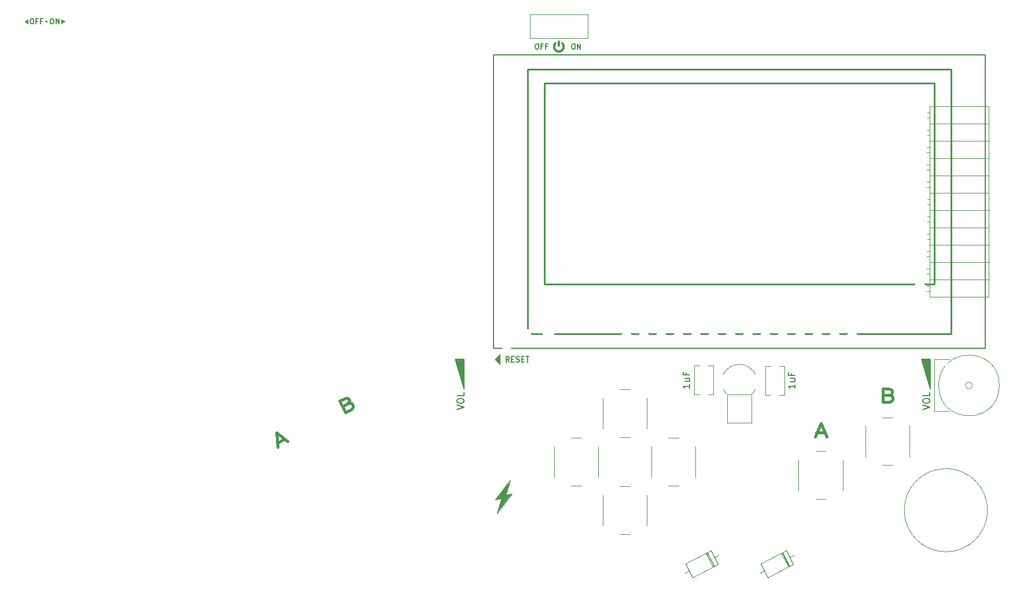
<source format=gbr>
G04 #@! TF.GenerationSoftware,KiCad,Pcbnew,(5.1.9-0-10_14)*
G04 #@! TF.CreationDate,2021-03-07T20:02:12-08:00*
G04 #@! TF.ProjectId,system,73797374-656d-42e6-9b69-6361645f7063,1.0-dev4*
G04 #@! TF.SameCoordinates,Original*
G04 #@! TF.FileFunction,Legend,Top*
G04 #@! TF.FilePolarity,Positive*
%FSLAX46Y46*%
G04 Gerber Fmt 4.6, Leading zero omitted, Abs format (unit mm)*
G04 Created by KiCad (PCBNEW (5.1.9-0-10_14)) date 2021-03-07 20:02:12*
%MOMM*%
%LPD*%
G01*
G04 APERTURE LIST*
%ADD10C,0.381000*%
%ADD11C,0.250000*%
%ADD12C,0.100000*%
%ADD13C,0.177800*%
%ADD14C,0.304800*%
%ADD15C,0.120000*%
%ADD16C,0.150000*%
%ADD17C,0.050800*%
%ADD18C,0.300000*%
%ADD19O,1.801600X1.801600*%
%ADD20C,1.801600*%
%ADD21C,1.851600*%
%ADD22C,2.101600*%
%ADD23C,3.851600*%
%ADD24C,1.401600*%
%ADD25C,0.609600*%
%ADD26C,5.501599*%
%ADD27C,5.501600*%
%ADD28C,1.701600*%
%ADD29O,1.701600X1.701600*%
%ADD30C,1.625600*%
%ADD31C,2.201600*%
%ADD32C,1.621600*%
G04 APERTURE END LIST*
D10*
X161562428Y-123307928D02*
X161925285Y-123398642D01*
X162046238Y-123489357D01*
X162167190Y-123670785D01*
X162167190Y-123942928D01*
X162046238Y-124124357D01*
X161925285Y-124215071D01*
X161683380Y-124305785D01*
X160715761Y-124305785D01*
X160715761Y-122400785D01*
X161562428Y-122400785D01*
X161804333Y-122491500D01*
X161925285Y-122582214D01*
X162046238Y-122763642D01*
X162046238Y-122945071D01*
X161925285Y-123126500D01*
X161804333Y-123217214D01*
X161562428Y-123307928D01*
X160715761Y-123307928D01*
X150997238Y-128841500D02*
X152206761Y-128841500D01*
X150755333Y-129385785D02*
X151602000Y-127480785D01*
X152448666Y-129385785D01*
D11*
X38354000Y-68580000D02*
G75*
G03*
X38354000Y-68580000I-63500J0D01*
G01*
D12*
G36*
X40957500Y-68580000D02*
G01*
X40513000Y-68897500D01*
X40513000Y-68262500D01*
X40957500Y-68580000D01*
G37*
X40957500Y-68580000D02*
X40513000Y-68897500D01*
X40513000Y-68262500D01*
X40957500Y-68580000D01*
G36*
X35560000Y-68897500D02*
G01*
X35115500Y-68580000D01*
X35560000Y-68262500D01*
X35560000Y-68897500D01*
G37*
X35560000Y-68897500D02*
X35115500Y-68580000D01*
X35560000Y-68262500D01*
X35560000Y-68897500D01*
D13*
X115352285Y-71845714D02*
X115497428Y-71845714D01*
X115570000Y-71882000D01*
X115642571Y-71954571D01*
X115678857Y-72099714D01*
X115678857Y-72353714D01*
X115642571Y-72498857D01*
X115570000Y-72571428D01*
X115497428Y-72607714D01*
X115352285Y-72607714D01*
X115279714Y-72571428D01*
X115207142Y-72498857D01*
X115170857Y-72353714D01*
X115170857Y-72099714D01*
X115207142Y-71954571D01*
X115279714Y-71882000D01*
X115352285Y-71845714D01*
X116005428Y-72607714D02*
X116005428Y-71845714D01*
X116440857Y-72607714D01*
X116440857Y-71845714D01*
X39025285Y-68162714D02*
X39170428Y-68162714D01*
X39243000Y-68199000D01*
X39315571Y-68271571D01*
X39351857Y-68416714D01*
X39351857Y-68670714D01*
X39315571Y-68815857D01*
X39243000Y-68888428D01*
X39170428Y-68924714D01*
X39025285Y-68924714D01*
X38952714Y-68888428D01*
X38880142Y-68815857D01*
X38843857Y-68670714D01*
X38843857Y-68416714D01*
X38880142Y-68271571D01*
X38952714Y-68199000D01*
X39025285Y-68162714D01*
X39678428Y-68924714D02*
X39678428Y-68162714D01*
X40113857Y-68924714D01*
X40113857Y-68162714D01*
X36104285Y-68162714D02*
X36249428Y-68162714D01*
X36322000Y-68199000D01*
X36394571Y-68271571D01*
X36430857Y-68416714D01*
X36430857Y-68670714D01*
X36394571Y-68815857D01*
X36322000Y-68888428D01*
X36249428Y-68924714D01*
X36104285Y-68924714D01*
X36031714Y-68888428D01*
X35959142Y-68815857D01*
X35922857Y-68670714D01*
X35922857Y-68416714D01*
X35959142Y-68271571D01*
X36031714Y-68199000D01*
X36104285Y-68162714D01*
X37011428Y-68525571D02*
X36757428Y-68525571D01*
X36757428Y-68924714D02*
X36757428Y-68162714D01*
X37120285Y-68162714D01*
X37664571Y-68525571D02*
X37410571Y-68525571D01*
X37410571Y-68924714D02*
X37410571Y-68162714D01*
X37773428Y-68162714D01*
D12*
G36*
X104267000Y-140716000D02*
G01*
X105029000Y-138049000D01*
X106426000Y-137795000D01*
X104267000Y-140716000D01*
G37*
X104267000Y-140716000D02*
X105029000Y-138049000D01*
X106426000Y-137795000D01*
X104267000Y-140716000D01*
G36*
X105410000Y-138430000D02*
G01*
X104013000Y-138684000D01*
X106172000Y-135763000D01*
X105410000Y-138430000D01*
G37*
X105410000Y-138430000D02*
X104013000Y-138684000D01*
X106172000Y-135763000D01*
X105410000Y-138430000D01*
G36*
X104648000Y-118872000D02*
G01*
X103886000Y-118110000D01*
X104648000Y-117348000D01*
X104648000Y-118872000D01*
G37*
X104648000Y-118872000D02*
X103886000Y-118110000D01*
X104648000Y-117348000D01*
X104648000Y-118872000D01*
D14*
X113284000Y-71501000D02*
X113284000Y-72136000D01*
X112776000Y-71755000D02*
G75*
G03*
X113792000Y-71755000I508000J-508000D01*
G01*
D13*
X110018285Y-71845714D02*
X110163428Y-71845714D01*
X110236000Y-71882000D01*
X110308571Y-71954571D01*
X110344857Y-72099714D01*
X110344857Y-72353714D01*
X110308571Y-72498857D01*
X110236000Y-72571428D01*
X110163428Y-72607714D01*
X110018285Y-72607714D01*
X109945714Y-72571428D01*
X109873142Y-72498857D01*
X109836857Y-72353714D01*
X109836857Y-72099714D01*
X109873142Y-71954571D01*
X109945714Y-71882000D01*
X110018285Y-71845714D01*
X110925428Y-72208571D02*
X110671428Y-72208571D01*
X110671428Y-72607714D02*
X110671428Y-71845714D01*
X111034285Y-71845714D01*
X111578571Y-72208571D02*
X111324571Y-72208571D01*
X111324571Y-72607714D02*
X111324571Y-71845714D01*
X111687428Y-71845714D01*
D15*
X167576000Y-95356000D02*
X167226000Y-95356000D01*
X167576000Y-94636000D02*
X167226000Y-94636000D01*
X167576000Y-92816000D02*
X167166000Y-92816000D01*
X167576000Y-92096000D02*
X167166000Y-92096000D01*
X167576000Y-90276000D02*
X167166000Y-90276000D01*
X167576000Y-89556000D02*
X167166000Y-89556000D01*
X167576000Y-87736000D02*
X167166000Y-87736000D01*
X167576000Y-87016000D02*
X167166000Y-87016000D01*
X176206000Y-93726000D02*
X167576000Y-93726000D01*
X176206000Y-91186000D02*
X167576000Y-91186000D01*
X176206000Y-88646000D02*
X167576000Y-88646000D01*
X176206000Y-96266000D02*
X167576000Y-96266000D01*
X167576000Y-98806000D02*
X167576000Y-81026000D01*
X176206000Y-86106000D02*
X167576000Y-86106000D01*
X176206000Y-98806000D02*
X176206000Y-81026000D01*
X176206000Y-98806000D02*
X167576000Y-98806000D01*
X176206000Y-81026000D02*
X167576000Y-81026000D01*
X167576000Y-97896000D02*
X167226000Y-97896000D01*
X167576000Y-97176000D02*
X167226000Y-97176000D01*
X167576000Y-85196000D02*
X167226000Y-85196000D01*
X167576000Y-84476000D02*
X167226000Y-84476000D01*
X176206000Y-108966000D02*
X167576000Y-108966000D01*
X176206000Y-106426000D02*
X167576000Y-106426000D01*
X167576000Y-102976000D02*
X167166000Y-102976000D01*
X167576000Y-102256000D02*
X167166000Y-102256000D01*
X167576000Y-108056000D02*
X167166000Y-108056000D01*
X167576000Y-107336000D02*
X167166000Y-107336000D01*
X167576000Y-108966000D02*
X167576000Y-98806000D01*
X176206000Y-101346000D02*
X167576000Y-101346000D01*
X176206000Y-103886000D02*
X167576000Y-103886000D01*
X176206000Y-108966000D02*
X167576000Y-108966000D01*
X167576000Y-105516000D02*
X167166000Y-105516000D01*
X167576000Y-104796000D02*
X167166000Y-104796000D01*
X176206000Y-108966000D02*
X176206000Y-98806000D01*
X167576000Y-100436000D02*
X167226000Y-100436000D01*
X167576000Y-99716000D02*
X167226000Y-99716000D01*
X167576000Y-81936000D02*
X167226000Y-81936000D01*
X167576000Y-82656000D02*
X167226000Y-82656000D01*
X176206000Y-83566000D02*
X167576000Y-83566000D01*
D16*
G36*
X98171000Y-118110000D02*
G01*
X99421000Y-122428000D01*
X99421000Y-118110000D01*
X98171000Y-118110000D01*
G37*
X98171000Y-118110000D02*
X99421000Y-122428000D01*
X99421000Y-118110000D01*
X98171000Y-118110000D01*
D11*
X168200000Y-77596000D02*
X168200000Y-107096000D01*
X111200000Y-77596000D02*
X111200000Y-107096000D01*
X108700000Y-114396000D02*
X170700000Y-114396000D01*
X170700000Y-75596000D02*
X170700000Y-114396000D01*
X108700000Y-75596000D02*
X108700000Y-114396000D01*
X108700000Y-75596000D02*
X170700000Y-75596000D01*
X111200000Y-107096000D02*
X168200000Y-107096000D01*
X111200000Y-77596000D02*
X168200000Y-77596000D01*
D16*
X103700000Y-73496000D02*
X103700000Y-116496000D01*
X175700000Y-73496000D02*
X175700000Y-116496000D01*
X103700000Y-116496000D02*
X175700000Y-116496000D01*
X103700000Y-73496000D02*
X175700000Y-73496000D01*
D15*
X152352000Y-131553000D02*
X150852000Y-131553000D01*
X148352000Y-132803000D02*
X148352000Y-137303000D01*
X150852000Y-138553000D02*
X152352000Y-138553000D01*
X154852000Y-137303000D02*
X154852000Y-132803000D01*
X162131000Y-126600000D02*
X160631000Y-126600000D01*
X158131000Y-127850000D02*
X158131000Y-132350000D01*
X160631000Y-133600000D02*
X162131000Y-133600000D01*
X164631000Y-132350000D02*
X164631000Y-127850000D01*
X123686000Y-122484000D02*
X122186000Y-122484000D01*
X119686000Y-123734000D02*
X119686000Y-128234000D01*
X122186000Y-129484000D02*
X123686000Y-129484000D01*
X126186000Y-128234000D02*
X126186000Y-123734000D01*
X122186000Y-143708000D02*
X123686000Y-143708000D01*
X126186000Y-142458000D02*
X126186000Y-137958000D01*
X123686000Y-136708000D02*
X122186000Y-136708000D01*
X119686000Y-137958000D02*
X119686000Y-142458000D01*
X116574000Y-129596000D02*
X115074000Y-129596000D01*
X112574000Y-130846000D02*
X112574000Y-135346000D01*
X115074000Y-136596000D02*
X116574000Y-136596000D01*
X119074000Y-135346000D02*
X119074000Y-130846000D01*
X129298000Y-136596000D02*
X130798000Y-136596000D01*
X133298000Y-135346000D02*
X133298000Y-130846000D01*
X130798000Y-129596000D02*
X129298000Y-129596000D01*
X126798000Y-130846000D02*
X126798000Y-135346000D01*
D16*
G36*
X166370000Y-118110000D02*
G01*
X167620000Y-122428000D01*
X167620000Y-118110000D01*
X166370000Y-118110000D01*
G37*
X166370000Y-118110000D02*
X167620000Y-122428000D01*
X167620000Y-118110000D01*
X166370000Y-118110000D01*
D15*
X173804000Y-121920000D02*
G75*
G03*
X173804000Y-121920000I-500000J0D01*
G01*
X168224000Y-118110000D02*
X170434000Y-118110000D01*
X177749000Y-121920000D02*
G75*
G03*
X177749000Y-121920000I-4445000J0D01*
G01*
X168224000Y-125730000D02*
X170434000Y-125730000D01*
X168224000Y-125730000D02*
X168224000Y-118110000D01*
X176026000Y-140208000D02*
G75*
G03*
X176026000Y-140208000I-6100000J0D01*
G01*
X133828000Y-123258000D02*
X133123000Y-123258000D01*
X135863000Y-123258000D02*
X135158000Y-123258000D01*
X133828000Y-119018000D02*
X133123000Y-119018000D01*
X135863000Y-119018000D02*
X135158000Y-119018000D01*
X133123000Y-119018000D02*
X133123000Y-123258000D01*
X135863000Y-119018000D02*
X135863000Y-123258000D01*
X143537000Y-123298000D02*
X143537000Y-119058000D01*
X146277000Y-123298000D02*
X146277000Y-119058000D01*
X143537000Y-123298000D02*
X144242000Y-123298000D01*
X145572000Y-123298000D02*
X146277000Y-123298000D01*
X143537000Y-119058000D02*
X144242000Y-119058000D01*
X145572000Y-119058000D02*
X146277000Y-119058000D01*
X147608110Y-148115283D02*
X146573793Y-146128379D01*
X146573793Y-146128379D02*
X142812867Y-148086193D01*
X142812867Y-148086193D02*
X143847184Y-150073097D01*
X143847184Y-150073097D02*
X147608110Y-148115283D01*
X147667509Y-146821695D02*
X147090952Y-147121831D01*
X142753469Y-149379782D02*
X143330026Y-149079645D01*
X146969462Y-148447742D02*
X145935145Y-146460838D01*
X146863021Y-148503152D02*
X145828704Y-146516248D01*
X147075904Y-148392332D02*
X146041587Y-146405428D01*
X136054927Y-148392332D02*
X135020610Y-146405428D01*
X135842044Y-148503152D02*
X134807727Y-146516248D01*
X135948485Y-148447742D02*
X134914168Y-146460838D01*
X131732492Y-149379782D02*
X132309049Y-149079645D01*
X136646532Y-146821695D02*
X136069975Y-147121831D01*
X132826207Y-150073097D02*
X136587133Y-148115283D01*
X131791890Y-148086193D02*
X132826207Y-150073097D01*
X135552816Y-146128379D02*
X131791890Y-148086193D01*
X136587133Y-148115283D02*
X135552816Y-146128379D01*
X109029500Y-71018400D02*
X117538500Y-71018400D01*
X117538500Y-71018400D02*
X117538500Y-67513200D01*
X109029500Y-71018400D02*
X109029500Y-67513200D01*
X109029500Y-67513200D02*
X117538500Y-67513200D01*
D17*
X141478000Y-127381000D02*
X141478000Y-123444000D01*
X137922000Y-127381000D02*
X141478000Y-127381000D01*
X137922000Y-123444000D02*
X137922000Y-127381000D01*
D15*
X137900000Y-123262000D02*
X141500000Y-123262000D01*
X142024184Y-122534795D02*
G75*
G02*
X141500000Y-123262000I-2324184J1122795D01*
G01*
X142056400Y-120313193D02*
G75*
G03*
X139700000Y-118812000I-2356400J-1098807D01*
G01*
X137343600Y-120313193D02*
G75*
G02*
X139700000Y-118812000I2356400J-1098807D01*
G01*
X137375816Y-122534795D02*
G75*
G03*
X137900000Y-123262000I2324184J1122795D01*
G01*
D13*
X98376619Y-125488095D02*
X99392619Y-125149428D01*
X98376619Y-124810761D01*
X98376619Y-124278571D02*
X98376619Y-124085047D01*
X98425000Y-123988285D01*
X98521761Y-123891523D01*
X98715285Y-123843142D01*
X99053952Y-123843142D01*
X99247476Y-123891523D01*
X99344238Y-123988285D01*
X99392619Y-124085047D01*
X99392619Y-124278571D01*
X99344238Y-124375333D01*
X99247476Y-124472095D01*
X99053952Y-124520476D01*
X98715285Y-124520476D01*
X98521761Y-124472095D01*
X98425000Y-124375333D01*
X98376619Y-124278571D01*
X99392619Y-122923904D02*
X99392619Y-123407714D01*
X98376619Y-123407714D01*
D10*
X72067344Y-130322853D02*
X73140205Y-129764357D01*
X72104095Y-130917340D02*
X71975467Y-128836637D01*
X73606100Y-130135446D01*
X82334268Y-124604508D02*
X82698013Y-124517424D01*
X82847186Y-124542039D01*
X83038247Y-124647119D01*
X83163909Y-124888512D01*
X83140397Y-125105291D01*
X83074998Y-125241605D01*
X82902313Y-125433769D01*
X82044024Y-125880566D01*
X81164393Y-124190810D01*
X81915396Y-123799863D01*
X82171855Y-123768628D01*
X82321028Y-123793243D01*
X82512089Y-123898323D01*
X82595863Y-124059252D01*
X82572352Y-124276030D01*
X82506953Y-124412345D01*
X82334268Y-124604508D01*
X81583265Y-124995455D01*
D13*
X166575619Y-125488095D02*
X167591619Y-125149428D01*
X166575619Y-124810761D01*
X166575619Y-124278571D02*
X166575619Y-124085047D01*
X166624000Y-123988285D01*
X166720761Y-123891523D01*
X166914285Y-123843142D01*
X167252952Y-123843142D01*
X167446476Y-123891523D01*
X167543238Y-123988285D01*
X167591619Y-124085047D01*
X167591619Y-124278571D01*
X167543238Y-124375333D01*
X167446476Y-124472095D01*
X167252952Y-124520476D01*
X166914285Y-124520476D01*
X166720761Y-124472095D01*
X166624000Y-124375333D01*
X166575619Y-124278571D01*
X167591619Y-122923904D02*
X167591619Y-123407714D01*
X166575619Y-123407714D01*
D16*
X132445380Y-121733238D02*
X132445380Y-122304666D01*
X132445380Y-122018952D02*
X131445380Y-122018952D01*
X131588238Y-122114190D01*
X131683476Y-122209428D01*
X131731095Y-122304666D01*
X131778714Y-120876095D02*
X132445380Y-120876095D01*
X131778714Y-121304666D02*
X132302523Y-121304666D01*
X132397761Y-121257047D01*
X132445380Y-121161809D01*
X132445380Y-121018952D01*
X132397761Y-120923714D01*
X132350142Y-120876095D01*
X131921571Y-120066571D02*
X131921571Y-120399904D01*
X132445380Y-120399904D02*
X131445380Y-120399904D01*
X131445380Y-119923714D01*
X147859380Y-121773238D02*
X147859380Y-122344666D01*
X147859380Y-122058952D02*
X146859380Y-122058952D01*
X147002238Y-122154190D01*
X147097476Y-122249428D01*
X147145095Y-122344666D01*
X147192714Y-120916095D02*
X147859380Y-120916095D01*
X147192714Y-121344666D02*
X147716523Y-121344666D01*
X147811761Y-121297047D01*
X147859380Y-121201809D01*
X147859380Y-121058952D01*
X147811761Y-120963714D01*
X147764142Y-120916095D01*
X147335571Y-120106571D02*
X147335571Y-120439904D01*
X147859380Y-120439904D02*
X146859380Y-120439904D01*
X146859380Y-119963714D01*
X106026095Y-118471904D02*
X105759428Y-118090952D01*
X105568952Y-118471904D02*
X105568952Y-117671904D01*
X105873714Y-117671904D01*
X105949904Y-117710000D01*
X105988000Y-117748095D01*
X106026095Y-117824285D01*
X106026095Y-117938571D01*
X105988000Y-118014761D01*
X105949904Y-118052857D01*
X105873714Y-118090952D01*
X105568952Y-118090952D01*
X106368952Y-118052857D02*
X106635619Y-118052857D01*
X106749904Y-118471904D02*
X106368952Y-118471904D01*
X106368952Y-117671904D01*
X106749904Y-117671904D01*
X107054666Y-118433809D02*
X107168952Y-118471904D01*
X107359428Y-118471904D01*
X107435619Y-118433809D01*
X107473714Y-118395714D01*
X107511809Y-118319523D01*
X107511809Y-118243333D01*
X107473714Y-118167142D01*
X107435619Y-118129047D01*
X107359428Y-118090952D01*
X107207047Y-118052857D01*
X107130857Y-118014761D01*
X107092761Y-117976666D01*
X107054666Y-117900476D01*
X107054666Y-117824285D01*
X107092761Y-117748095D01*
X107130857Y-117710000D01*
X107207047Y-117671904D01*
X107397523Y-117671904D01*
X107511809Y-117710000D01*
X107854666Y-118052857D02*
X108121333Y-118052857D01*
X108235619Y-118471904D02*
X107854666Y-118471904D01*
X107854666Y-117671904D01*
X108235619Y-117671904D01*
X108464190Y-117671904D02*
X108921333Y-117671904D01*
X108692761Y-118471904D02*
X108692761Y-117671904D01*
%LPC*%
D18*
X77141378Y-138760262D02*
G75*
G02*
X73281622Y-131345738I-1929878J3707262D01*
G01*
X83060622Y-126392738D02*
G75*
G02*
X86920378Y-133807262I1929878J-3707262D01*
G01*
X86920378Y-133807262D02*
X77141378Y-138760262D01*
X83060622Y-126392738D02*
X73281622Y-131345738D01*
D16*
X37395000Y-66865500D02*
X37395000Y-67691000D01*
X36895000Y-66865500D02*
X36895000Y-67691000D01*
X36395000Y-66865500D02*
X36395000Y-67691000D01*
X40513000Y-67691000D02*
G75*
G02*
X40513000Y-69469000I0J-889000D01*
G01*
X35560000Y-69469000D02*
G75*
G02*
X35560000Y-67691000I0J889000D01*
G01*
X35560000Y-67691000D02*
X40513000Y-67691000D01*
X40513000Y-69469000D02*
X35560000Y-69469000D01*
D18*
X93654500Y-66675000D02*
X93654500Y-73660000D01*
X32964500Y-66675000D02*
X32964500Y-73660000D01*
X25400000Y-73660000D02*
X100965000Y-73660000D01*
X53657500Y-133096000D02*
G75*
G03*
X53657500Y-133096000I-7112000J0D01*
G01*
D19*
X107696000Y-136906000D03*
X107696000Y-134366000D03*
X107696000Y-139446000D03*
X107696000Y-141986000D03*
X166116000Y-84836000D03*
X166116000Y-100076000D03*
X166116000Y-107696000D03*
X166116000Y-102616000D03*
X166116000Y-105156000D03*
X166116000Y-82296000D03*
D20*
X166116000Y-97536000D03*
D19*
X166116000Y-87376000D03*
X166116000Y-89916000D03*
X166116000Y-92456000D03*
D20*
X166116000Y-94996000D03*
D21*
X156210000Y-109920000D03*
X153670000Y-109920000D03*
X151130000Y-109920000D03*
X148590000Y-109920000D03*
X146050000Y-109920000D03*
X143510000Y-109920000D03*
X140970000Y-109920000D03*
X138430000Y-109920000D03*
X135890000Y-109920000D03*
X133350000Y-109920000D03*
X130810000Y-109920000D03*
X128270000Y-109920000D03*
X125730000Y-109920000D03*
X123190000Y-109920000D03*
X123190000Y-115000000D03*
X125730000Y-115000000D03*
X128270000Y-115000000D03*
X130810000Y-115000000D03*
X133350000Y-115000000D03*
X135890000Y-115000000D03*
X156210000Y-115000000D03*
X153670000Y-115000000D03*
X151130000Y-115000000D03*
X148590000Y-115000000D03*
X146050000Y-115000000D03*
X143510000Y-115000000D03*
X138430000Y-115000000D03*
X140970000Y-115000000D03*
D20*
X106200000Y-102616000D03*
X106200000Y-100076000D03*
X106200000Y-97536000D03*
X106200000Y-94996000D03*
X106200000Y-92456000D03*
X106200000Y-89916000D03*
X106200000Y-87376000D03*
D22*
X153852000Y-138303000D03*
X149352000Y-138303000D03*
X153852000Y-131803000D03*
X149352000Y-131803000D03*
X163631000Y-133350000D03*
X159131000Y-133350000D03*
X163631000Y-126850000D03*
X159131000Y-126850000D03*
X125186000Y-129234000D03*
X120686000Y-129234000D03*
X125186000Y-122734000D03*
X120686000Y-122734000D03*
X120686000Y-136958000D03*
X125186000Y-136958000D03*
X120686000Y-143458000D03*
X125186000Y-143458000D03*
X118074000Y-136346000D03*
X113574000Y-136346000D03*
X118074000Y-129846000D03*
X113574000Y-129846000D03*
X127798000Y-129846000D03*
X132298000Y-129846000D03*
X127798000Y-136346000D03*
X132298000Y-136346000D03*
D23*
X249999500Y-70104000D03*
X232854500Y-151130000D03*
X182181500Y-70104000D03*
X182181500Y-151130000D03*
D24*
X170434000Y-121920000D03*
X170434000Y-124460000D03*
X170434000Y-119380000D03*
D23*
X97218500Y-70104000D03*
X80073500Y-151130000D03*
X29400500Y-70104000D03*
X29400500Y-151130000D03*
D25*
X178911000Y-131318000D03*
X178911000Y-130429000D03*
X178911000Y-132207000D03*
X176879000Y-130429000D03*
X176879000Y-131318000D03*
X176879000Y-132207000D03*
X176879000Y-97028000D03*
X176879000Y-96139000D03*
X176879000Y-95250000D03*
X178911000Y-97028000D03*
X178911000Y-95250000D03*
X178911000Y-96139000D03*
X100489000Y-96139000D03*
X100489000Y-97028000D03*
X100489000Y-95250000D03*
X102521000Y-97028000D03*
X102521000Y-96139000D03*
X102521000Y-95250000D03*
X102521000Y-130429000D03*
X102521000Y-131318000D03*
X102521000Y-132207000D03*
X100489000Y-130429000D03*
X100489000Y-132207000D03*
X100489000Y-131318000D03*
D26*
X105791000Y-151130000D03*
X105791000Y-70104000D03*
X156464000Y-151130000D03*
D27*
X173609000Y-70104000D03*
D21*
X172426000Y-140208000D03*
X167426000Y-140208000D03*
D28*
X134493000Y-119888000D03*
X134493000Y-122388000D03*
X144907000Y-119928000D03*
X144907000Y-122428000D03*
G36*
G01*
X142585646Y-149467144D02*
X142585646Y-149467144D01*
G75*
G02*
X142223833Y-150614669I-754669J-392856D01*
G01*
X142223833Y-150614669D01*
G75*
G02*
X141076308Y-150252856I-392856J754669D01*
G01*
X141076308Y-150252856D01*
G75*
G02*
X141438121Y-149105331I754669J392856D01*
G01*
X141438121Y-149105331D01*
G75*
G02*
X142585646Y-149467144I392856J-754669D01*
G01*
G37*
G36*
G01*
X148975270Y-145239011D02*
X149714068Y-146658229D01*
G75*
G02*
X149692465Y-146726746I-45060J-23457D01*
G01*
X148273247Y-147465544D01*
G75*
G02*
X148204730Y-147443941I-23457J45060D01*
G01*
X147465932Y-146024723D01*
G75*
G02*
X147487535Y-145956206I45060J23457D01*
G01*
X148906753Y-145217408D01*
G75*
G02*
X148975270Y-145239011I23457J-45060D01*
G01*
G37*
G36*
G01*
X137954293Y-145239011D02*
X138693091Y-146658229D01*
G75*
G02*
X138671488Y-146726746I-45060J-23457D01*
G01*
X137252270Y-147465544D01*
G75*
G02*
X137183753Y-147443941I-23457J45060D01*
G01*
X136444955Y-146024723D01*
G75*
G02*
X136466558Y-145956206I45060J23457D01*
G01*
X137885776Y-145217408D01*
G75*
G02*
X137954293Y-145239011I23457J-45060D01*
G01*
G37*
G36*
G01*
X131564669Y-149467144D02*
X131564669Y-149467144D01*
G75*
G02*
X131202856Y-150614669I-754669J-392856D01*
G01*
X131202856Y-150614669D01*
G75*
G02*
X130055331Y-150252856I-392856J754669D01*
G01*
X130055331Y-150252856D01*
G75*
G02*
X130417144Y-149105331I754669J392856D01*
G01*
X130417144Y-149105331D01*
G75*
G02*
X131564669Y-149467144I392856J-754669D01*
G01*
G37*
X111760000Y-114300000D03*
D29*
X111760000Y-121920000D03*
D30*
X110794800Y-70104000D03*
X113284000Y-70104000D03*
X115773200Y-70104000D03*
D31*
X108154000Y-121584000D03*
D21*
X105664000Y-120324000D03*
X105664000Y-115824000D03*
D31*
X108154000Y-114574000D03*
D20*
X114554000Y-145161000D03*
X112014000Y-145161000D03*
X117094000Y-145161000D03*
X109474000Y-145161000D03*
D32*
X137160000Y-121412000D03*
X142240000Y-121412000D03*
X139700000Y-121412000D03*
M02*

</source>
